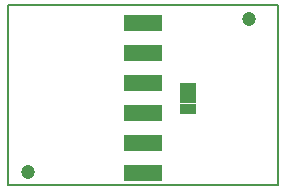
<source format=gbs>
G75*
%MOIN*%
%OFA0B0*%
%FSLAX25Y25*%
%IPPOS*%
%LPD*%
%AMOC8*
5,1,8,0,0,1.08239X$1,22.5*
%
%ADD10C,0.00800*%
%ADD11R,0.05800X0.03300*%
%ADD12R,0.12611X0.05721*%
%ADD13C,0.04737*%
D10*
X0008114Y0006500D02*
X0008114Y0066500D01*
X0098114Y0066500D01*
X0098114Y0006500D01*
X0008114Y0006500D01*
D11*
X0068114Y0032000D03*
X0068114Y0035500D03*
X0068114Y0039000D03*
D12*
X0053098Y0040500D03*
X0053098Y0050500D03*
X0053098Y0060500D03*
X0053098Y0030500D03*
X0053098Y0020500D03*
X0053098Y0010500D03*
D13*
X0014714Y0010900D03*
X0088414Y0061900D03*
M02*

</source>
